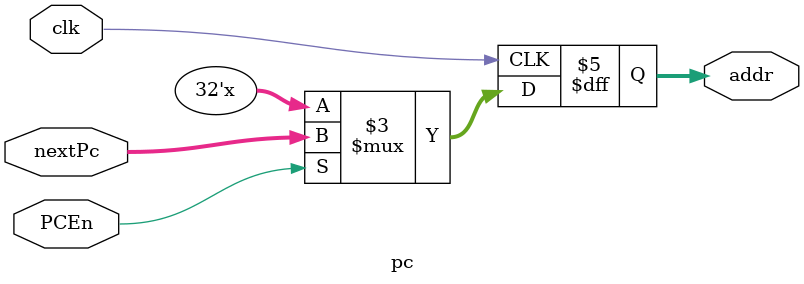
<source format=v>
module pc(
    input PCEn,
    input [31:0] nextPc,
    input clk,
    output reg [31:0] addr
);

always @(posedge clk)begin
  if (PCEn)begin
   addr <= nextPc ;
  end
  else 
    addr <= 32'bz;
end
endmodule
</source>
